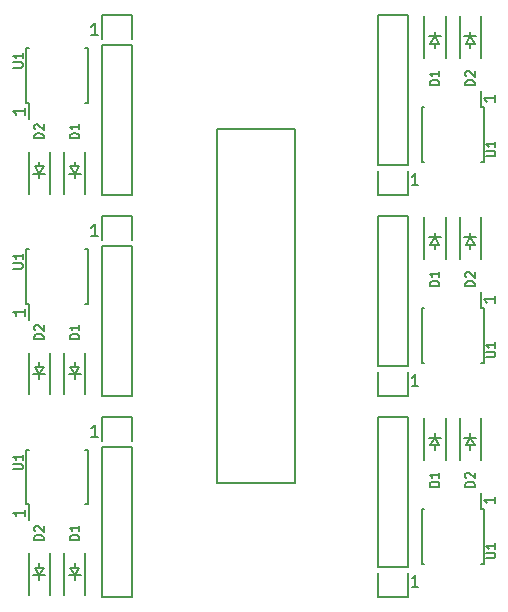
<source format=gto>
G04 #@! TF.FileFunction,Legend,Top*
%FSLAX46Y46*%
G04 Gerber Fmt 4.6, Leading zero omitted, Abs format (unit mm)*
G04 Created by KiCad (PCBNEW 4.0.2-stable) date 27/07/2016 9:39:40 PM*
%MOMM*%
G01*
G04 APERTURE LIST*
%ADD10C,0.100000*%
%ADD11C,0.150000*%
G04 APERTURE END LIST*
D10*
D11*
X152075000Y-141986000D02*
X158679000Y-141986000D01*
X158679000Y-141986000D02*
X158679000Y-112014000D01*
X158679000Y-112014000D02*
X152075000Y-112014000D01*
X152075000Y-112014000D02*
X152075000Y-141986000D01*
X173500000Y-138817500D02*
X173500000Y-139198500D01*
X173500000Y-137801500D02*
X173500000Y-138182500D01*
X173500000Y-138182500D02*
X173881000Y-138817500D01*
X173881000Y-138817500D02*
X173119000Y-138817500D01*
X173119000Y-138817500D02*
X173500000Y-138182500D01*
X174008000Y-138182500D02*
X172992000Y-138182500D01*
X172600000Y-136500000D02*
X172600000Y-140040000D01*
X174400000Y-136500000D02*
X174400000Y-140040000D01*
X170500000Y-138817500D02*
X170500000Y-139198500D01*
X170500000Y-137801500D02*
X170500000Y-138182500D01*
X170500000Y-138182500D02*
X170881000Y-138817500D01*
X170881000Y-138817500D02*
X170119000Y-138817500D01*
X170119000Y-138817500D02*
X170500000Y-138182500D01*
X171008000Y-138182500D02*
X169992000Y-138182500D01*
X169600000Y-136500000D02*
X169600000Y-140040000D01*
X171400000Y-136500000D02*
X171400000Y-140040000D01*
X165645000Y-151620000D02*
X165645000Y-149588000D01*
X168185000Y-151620000D02*
X168185000Y-149588000D01*
X168185000Y-151620000D02*
X165645000Y-151620000D01*
X165645000Y-149080000D02*
X165645000Y-136380000D01*
X165645000Y-136380000D02*
X168185000Y-136380000D01*
X168185000Y-136380000D02*
X168185000Y-149080000D01*
X165645000Y-149080000D02*
X168185000Y-149080000D01*
X174625000Y-144175000D02*
X174400000Y-144175000D01*
X174625000Y-148825000D02*
X174400000Y-148825000D01*
X169375000Y-148825000D02*
X169600000Y-148825000D01*
X169375000Y-144175000D02*
X169600000Y-144175000D01*
X174625000Y-144175000D02*
X174625000Y-148825000D01*
X169375000Y-144175000D02*
X169375000Y-148825000D01*
X174400000Y-144175000D02*
X174400000Y-142825000D01*
X174625000Y-110175000D02*
X174400000Y-110175000D01*
X174625000Y-114825000D02*
X174400000Y-114825000D01*
X169375000Y-114825000D02*
X169600000Y-114825000D01*
X169375000Y-110175000D02*
X169600000Y-110175000D01*
X174625000Y-110175000D02*
X174625000Y-114825000D01*
X169375000Y-110175000D02*
X169375000Y-114825000D01*
X174400000Y-110175000D02*
X174400000Y-108825000D01*
X165645000Y-117620000D02*
X165645000Y-115588000D01*
X168185000Y-117620000D02*
X168185000Y-115588000D01*
X168185000Y-117620000D02*
X165645000Y-117620000D01*
X165645000Y-115080000D02*
X165645000Y-102380000D01*
X165645000Y-102380000D02*
X168185000Y-102380000D01*
X168185000Y-102380000D02*
X168185000Y-115080000D01*
X165645000Y-115080000D02*
X168185000Y-115080000D01*
X170500000Y-104817500D02*
X170500000Y-105198500D01*
X170500000Y-103801500D02*
X170500000Y-104182500D01*
X170500000Y-104182500D02*
X170881000Y-104817500D01*
X170881000Y-104817500D02*
X170119000Y-104817500D01*
X170119000Y-104817500D02*
X170500000Y-104182500D01*
X171008000Y-104182500D02*
X169992000Y-104182500D01*
X169600000Y-102500000D02*
X169600000Y-106040000D01*
X171400000Y-102500000D02*
X171400000Y-106040000D01*
X173500000Y-104817500D02*
X173500000Y-105198500D01*
X173500000Y-103801500D02*
X173500000Y-104182500D01*
X173500000Y-104182500D02*
X173881000Y-104817500D01*
X173881000Y-104817500D02*
X173119000Y-104817500D01*
X173119000Y-104817500D02*
X173500000Y-104182500D01*
X174008000Y-104182500D02*
X172992000Y-104182500D01*
X172600000Y-102500000D02*
X172600000Y-106040000D01*
X174400000Y-102500000D02*
X174400000Y-106040000D01*
X173500000Y-121817500D02*
X173500000Y-122198500D01*
X173500000Y-120801500D02*
X173500000Y-121182500D01*
X173500000Y-121182500D02*
X173881000Y-121817500D01*
X173881000Y-121817500D02*
X173119000Y-121817500D01*
X173119000Y-121817500D02*
X173500000Y-121182500D01*
X174008000Y-121182500D02*
X172992000Y-121182500D01*
X172600000Y-119500000D02*
X172600000Y-123040000D01*
X174400000Y-119500000D02*
X174400000Y-123040000D01*
X170500000Y-121817500D02*
X170500000Y-122198500D01*
X170500000Y-120801500D02*
X170500000Y-121182500D01*
X170500000Y-121182500D02*
X170881000Y-121817500D01*
X170881000Y-121817500D02*
X170119000Y-121817500D01*
X170119000Y-121817500D02*
X170500000Y-121182500D01*
X171008000Y-121182500D02*
X169992000Y-121182500D01*
X169600000Y-119500000D02*
X169600000Y-123040000D01*
X171400000Y-119500000D02*
X171400000Y-123040000D01*
X165645000Y-134620000D02*
X165645000Y-132588000D01*
X168185000Y-134620000D02*
X168185000Y-132588000D01*
X168185000Y-134620000D02*
X165645000Y-134620000D01*
X165645000Y-132080000D02*
X165645000Y-119380000D01*
X165645000Y-119380000D02*
X168185000Y-119380000D01*
X168185000Y-119380000D02*
X168185000Y-132080000D01*
X165645000Y-132080000D02*
X168185000Y-132080000D01*
X174625000Y-127175000D02*
X174400000Y-127175000D01*
X174625000Y-131825000D02*
X174400000Y-131825000D01*
X169375000Y-131825000D02*
X169600000Y-131825000D01*
X169375000Y-127175000D02*
X169600000Y-127175000D01*
X174625000Y-127175000D02*
X174625000Y-131825000D01*
X169375000Y-127175000D02*
X169375000Y-131825000D01*
X174400000Y-127175000D02*
X174400000Y-125825000D01*
X135875000Y-126825000D02*
X136100000Y-126825000D01*
X135875000Y-122175000D02*
X136100000Y-122175000D01*
X141125000Y-122175000D02*
X140900000Y-122175000D01*
X141125000Y-126825000D02*
X140900000Y-126825000D01*
X135875000Y-126825000D02*
X135875000Y-122175000D01*
X141125000Y-126825000D02*
X141125000Y-122175000D01*
X136100000Y-126825000D02*
X136100000Y-128175000D01*
X144855000Y-119380000D02*
X144855000Y-121412000D01*
X142315000Y-119380000D02*
X142315000Y-121412000D01*
X142315000Y-119380000D02*
X144855000Y-119380000D01*
X144855000Y-121920000D02*
X144855000Y-134620000D01*
X144855000Y-134620000D02*
X142315000Y-134620000D01*
X142315000Y-134620000D02*
X142315000Y-121920000D01*
X144855000Y-121920000D02*
X142315000Y-121920000D01*
X140000000Y-132182500D02*
X140000000Y-131801500D01*
X140000000Y-133198500D02*
X140000000Y-132817500D01*
X140000000Y-132817500D02*
X139619000Y-132182500D01*
X139619000Y-132182500D02*
X140381000Y-132182500D01*
X140381000Y-132182500D02*
X140000000Y-132817500D01*
X139492000Y-132817500D02*
X140508000Y-132817500D01*
X140900000Y-134500000D02*
X140900000Y-130960000D01*
X139100000Y-134500000D02*
X139100000Y-130960000D01*
X137000000Y-132182500D02*
X137000000Y-131801500D01*
X137000000Y-133198500D02*
X137000000Y-132817500D01*
X137000000Y-132817500D02*
X136619000Y-132182500D01*
X136619000Y-132182500D02*
X137381000Y-132182500D01*
X137381000Y-132182500D02*
X137000000Y-132817500D01*
X136492000Y-132817500D02*
X137508000Y-132817500D01*
X137900000Y-134500000D02*
X137900000Y-130960000D01*
X136100000Y-134500000D02*
X136100000Y-130960000D01*
X137000000Y-149182500D02*
X137000000Y-148801500D01*
X137000000Y-150198500D02*
X137000000Y-149817500D01*
X137000000Y-149817500D02*
X136619000Y-149182500D01*
X136619000Y-149182500D02*
X137381000Y-149182500D01*
X137381000Y-149182500D02*
X137000000Y-149817500D01*
X136492000Y-149817500D02*
X137508000Y-149817500D01*
X137900000Y-151500000D02*
X137900000Y-147960000D01*
X136100000Y-151500000D02*
X136100000Y-147960000D01*
X140000000Y-149182500D02*
X140000000Y-148801500D01*
X140000000Y-150198500D02*
X140000000Y-149817500D01*
X140000000Y-149817500D02*
X139619000Y-149182500D01*
X139619000Y-149182500D02*
X140381000Y-149182500D01*
X140381000Y-149182500D02*
X140000000Y-149817500D01*
X139492000Y-149817500D02*
X140508000Y-149817500D01*
X140900000Y-151500000D02*
X140900000Y-147960000D01*
X139100000Y-151500000D02*
X139100000Y-147960000D01*
X144855000Y-136380000D02*
X144855000Y-138412000D01*
X142315000Y-136380000D02*
X142315000Y-138412000D01*
X142315000Y-136380000D02*
X144855000Y-136380000D01*
X144855000Y-138920000D02*
X144855000Y-151620000D01*
X144855000Y-151620000D02*
X142315000Y-151620000D01*
X142315000Y-151620000D02*
X142315000Y-138920000D01*
X144855000Y-138920000D02*
X142315000Y-138920000D01*
X135875000Y-143825000D02*
X136100000Y-143825000D01*
X135875000Y-139175000D02*
X136100000Y-139175000D01*
X141125000Y-139175000D02*
X140900000Y-139175000D01*
X141125000Y-143825000D02*
X140900000Y-143825000D01*
X135875000Y-143825000D02*
X135875000Y-139175000D01*
X141125000Y-143825000D02*
X141125000Y-139175000D01*
X136100000Y-143825000D02*
X136100000Y-145175000D01*
X135875000Y-109825000D02*
X136100000Y-109825000D01*
X135875000Y-105175000D02*
X136100000Y-105175000D01*
X141125000Y-105175000D02*
X140900000Y-105175000D01*
X141125000Y-109825000D02*
X140900000Y-109825000D01*
X135875000Y-109825000D02*
X135875000Y-105175000D01*
X141125000Y-109825000D02*
X141125000Y-105175000D01*
X136100000Y-109825000D02*
X136100000Y-111175000D01*
X144855000Y-102380000D02*
X144855000Y-104412000D01*
X142315000Y-102380000D02*
X142315000Y-104412000D01*
X142315000Y-102380000D02*
X144855000Y-102380000D01*
X144855000Y-104920000D02*
X144855000Y-117620000D01*
X144855000Y-117620000D02*
X142315000Y-117620000D01*
X142315000Y-117620000D02*
X142315000Y-104920000D01*
X144855000Y-104920000D02*
X142315000Y-104920000D01*
X140000000Y-115182500D02*
X140000000Y-114801500D01*
X140000000Y-116198500D02*
X140000000Y-115817500D01*
X140000000Y-115817500D02*
X139619000Y-115182500D01*
X139619000Y-115182500D02*
X140381000Y-115182500D01*
X140381000Y-115182500D02*
X140000000Y-115817500D01*
X139492000Y-115817500D02*
X140508000Y-115817500D01*
X140900000Y-117500000D02*
X140900000Y-113960000D01*
X139100000Y-117500000D02*
X139100000Y-113960000D01*
X137000000Y-115182500D02*
X137000000Y-114801500D01*
X137000000Y-116198500D02*
X137000000Y-115817500D01*
X137000000Y-115817500D02*
X136619000Y-115182500D01*
X136619000Y-115182500D02*
X137381000Y-115182500D01*
X137381000Y-115182500D02*
X137000000Y-115817500D01*
X136492000Y-115817500D02*
X137508000Y-115817500D01*
X137900000Y-117500000D02*
X137900000Y-113960000D01*
X136100000Y-117500000D02*
X136100000Y-113960000D01*
X173861905Y-142340476D02*
X173061905Y-142340476D01*
X173061905Y-142150000D01*
X173100000Y-142035714D01*
X173176190Y-141959523D01*
X173252381Y-141921428D01*
X173404762Y-141883333D01*
X173519048Y-141883333D01*
X173671429Y-141921428D01*
X173747619Y-141959523D01*
X173823810Y-142035714D01*
X173861905Y-142150000D01*
X173861905Y-142340476D01*
X173138095Y-141578571D02*
X173100000Y-141540476D01*
X173061905Y-141464285D01*
X173061905Y-141273809D01*
X173100000Y-141197619D01*
X173138095Y-141159523D01*
X173214286Y-141121428D01*
X173290476Y-141121428D01*
X173404762Y-141159523D01*
X173861905Y-141616666D01*
X173861905Y-141121428D01*
X170861905Y-142340476D02*
X170061905Y-142340476D01*
X170061905Y-142150000D01*
X170100000Y-142035714D01*
X170176190Y-141959523D01*
X170252381Y-141921428D01*
X170404762Y-141883333D01*
X170519048Y-141883333D01*
X170671429Y-141921428D01*
X170747619Y-141959523D01*
X170823810Y-142035714D01*
X170861905Y-142150000D01*
X170861905Y-142340476D01*
X170861905Y-141121428D02*
X170861905Y-141578571D01*
X170861905Y-141350000D02*
X170061905Y-141350000D01*
X170176190Y-141426190D01*
X170252381Y-141502381D01*
X170290476Y-141578571D01*
X169105715Y-150802381D02*
X168534286Y-150802381D01*
X168820000Y-150802381D02*
X168820000Y-149802381D01*
X168724762Y-149945238D01*
X168629524Y-150040476D01*
X168534286Y-150088095D01*
X174811905Y-148359524D02*
X175459524Y-148359524D01*
X175535714Y-148321429D01*
X175573810Y-148283333D01*
X175611905Y-148207143D01*
X175611905Y-148054762D01*
X175573810Y-147978571D01*
X175535714Y-147940476D01*
X175459524Y-147902381D01*
X174811905Y-147902381D01*
X175611905Y-147102381D02*
X175611905Y-147559524D01*
X175611905Y-147330953D02*
X174811905Y-147330953D01*
X174926190Y-147407143D01*
X175002381Y-147483334D01*
X175040476Y-147559524D01*
X175627381Y-143166285D02*
X175627381Y-143737714D01*
X175627381Y-143452000D02*
X174627381Y-143452000D01*
X174770238Y-143547238D01*
X174865476Y-143642476D01*
X174913095Y-143737714D01*
X174811905Y-114359524D02*
X175459524Y-114359524D01*
X175535714Y-114321429D01*
X175573810Y-114283333D01*
X175611905Y-114207143D01*
X175611905Y-114054762D01*
X175573810Y-113978571D01*
X175535714Y-113940476D01*
X175459524Y-113902381D01*
X174811905Y-113902381D01*
X175611905Y-113102381D02*
X175611905Y-113559524D01*
X175611905Y-113330953D02*
X174811905Y-113330953D01*
X174926190Y-113407143D01*
X175002381Y-113483334D01*
X175040476Y-113559524D01*
X175627381Y-109166285D02*
X175627381Y-109737714D01*
X175627381Y-109452000D02*
X174627381Y-109452000D01*
X174770238Y-109547238D01*
X174865476Y-109642476D01*
X174913095Y-109737714D01*
X169105715Y-116802381D02*
X168534286Y-116802381D01*
X168820000Y-116802381D02*
X168820000Y-115802381D01*
X168724762Y-115945238D01*
X168629524Y-116040476D01*
X168534286Y-116088095D01*
X170861905Y-108340476D02*
X170061905Y-108340476D01*
X170061905Y-108150000D01*
X170100000Y-108035714D01*
X170176190Y-107959523D01*
X170252381Y-107921428D01*
X170404762Y-107883333D01*
X170519048Y-107883333D01*
X170671429Y-107921428D01*
X170747619Y-107959523D01*
X170823810Y-108035714D01*
X170861905Y-108150000D01*
X170861905Y-108340476D01*
X170861905Y-107121428D02*
X170861905Y-107578571D01*
X170861905Y-107350000D02*
X170061905Y-107350000D01*
X170176190Y-107426190D01*
X170252381Y-107502381D01*
X170290476Y-107578571D01*
X173861905Y-108340476D02*
X173061905Y-108340476D01*
X173061905Y-108150000D01*
X173100000Y-108035714D01*
X173176190Y-107959523D01*
X173252381Y-107921428D01*
X173404762Y-107883333D01*
X173519048Y-107883333D01*
X173671429Y-107921428D01*
X173747619Y-107959523D01*
X173823810Y-108035714D01*
X173861905Y-108150000D01*
X173861905Y-108340476D01*
X173138095Y-107578571D02*
X173100000Y-107540476D01*
X173061905Y-107464285D01*
X173061905Y-107273809D01*
X173100000Y-107197619D01*
X173138095Y-107159523D01*
X173214286Y-107121428D01*
X173290476Y-107121428D01*
X173404762Y-107159523D01*
X173861905Y-107616666D01*
X173861905Y-107121428D01*
X173861905Y-125340476D02*
X173061905Y-125340476D01*
X173061905Y-125150000D01*
X173100000Y-125035714D01*
X173176190Y-124959523D01*
X173252381Y-124921428D01*
X173404762Y-124883333D01*
X173519048Y-124883333D01*
X173671429Y-124921428D01*
X173747619Y-124959523D01*
X173823810Y-125035714D01*
X173861905Y-125150000D01*
X173861905Y-125340476D01*
X173138095Y-124578571D02*
X173100000Y-124540476D01*
X173061905Y-124464285D01*
X173061905Y-124273809D01*
X173100000Y-124197619D01*
X173138095Y-124159523D01*
X173214286Y-124121428D01*
X173290476Y-124121428D01*
X173404762Y-124159523D01*
X173861905Y-124616666D01*
X173861905Y-124121428D01*
X170861905Y-125340476D02*
X170061905Y-125340476D01*
X170061905Y-125150000D01*
X170100000Y-125035714D01*
X170176190Y-124959523D01*
X170252381Y-124921428D01*
X170404762Y-124883333D01*
X170519048Y-124883333D01*
X170671429Y-124921428D01*
X170747619Y-124959523D01*
X170823810Y-125035714D01*
X170861905Y-125150000D01*
X170861905Y-125340476D01*
X170861905Y-124121428D02*
X170861905Y-124578571D01*
X170861905Y-124350000D02*
X170061905Y-124350000D01*
X170176190Y-124426190D01*
X170252381Y-124502381D01*
X170290476Y-124578571D01*
X169105715Y-133802381D02*
X168534286Y-133802381D01*
X168820000Y-133802381D02*
X168820000Y-132802381D01*
X168724762Y-132945238D01*
X168629524Y-133040476D01*
X168534286Y-133088095D01*
X174811905Y-131359524D02*
X175459524Y-131359524D01*
X175535714Y-131321429D01*
X175573810Y-131283333D01*
X175611905Y-131207143D01*
X175611905Y-131054762D01*
X175573810Y-130978571D01*
X175535714Y-130940476D01*
X175459524Y-130902381D01*
X174811905Y-130902381D01*
X175611905Y-130102381D02*
X175611905Y-130559524D01*
X175611905Y-130330953D02*
X174811905Y-130330953D01*
X174926190Y-130407143D01*
X175002381Y-130483334D01*
X175040476Y-130559524D01*
X175627381Y-126166285D02*
X175627381Y-126737714D01*
X175627381Y-126452000D02*
X174627381Y-126452000D01*
X174770238Y-126547238D01*
X174865476Y-126642476D01*
X174913095Y-126737714D01*
X134811905Y-123859524D02*
X135459524Y-123859524D01*
X135535714Y-123821429D01*
X135573810Y-123783333D01*
X135611905Y-123707143D01*
X135611905Y-123554762D01*
X135573810Y-123478571D01*
X135535714Y-123440476D01*
X135459524Y-123402381D01*
X134811905Y-123402381D01*
X135611905Y-122602381D02*
X135611905Y-123059524D01*
X135611905Y-122830953D02*
X134811905Y-122830953D01*
X134926190Y-122907143D01*
X135002381Y-122983334D01*
X135040476Y-123059524D01*
X135777381Y-127262285D02*
X135777381Y-127833714D01*
X135777381Y-127548000D02*
X134777381Y-127548000D01*
X134920238Y-127643238D01*
X135015476Y-127738476D01*
X135063095Y-127833714D01*
X141965715Y-121102381D02*
X141394286Y-121102381D01*
X141680000Y-121102381D02*
X141680000Y-120102381D01*
X141584762Y-120245238D01*
X141489524Y-120340476D01*
X141394286Y-120388095D01*
X140361905Y-129840476D02*
X139561905Y-129840476D01*
X139561905Y-129650000D01*
X139600000Y-129535714D01*
X139676190Y-129459523D01*
X139752381Y-129421428D01*
X139904762Y-129383333D01*
X140019048Y-129383333D01*
X140171429Y-129421428D01*
X140247619Y-129459523D01*
X140323810Y-129535714D01*
X140361905Y-129650000D01*
X140361905Y-129840476D01*
X140361905Y-128621428D02*
X140361905Y-129078571D01*
X140361905Y-128850000D02*
X139561905Y-128850000D01*
X139676190Y-128926190D01*
X139752381Y-129002381D01*
X139790476Y-129078571D01*
X137361905Y-129840476D02*
X136561905Y-129840476D01*
X136561905Y-129650000D01*
X136600000Y-129535714D01*
X136676190Y-129459523D01*
X136752381Y-129421428D01*
X136904762Y-129383333D01*
X137019048Y-129383333D01*
X137171429Y-129421428D01*
X137247619Y-129459523D01*
X137323810Y-129535714D01*
X137361905Y-129650000D01*
X137361905Y-129840476D01*
X136638095Y-129078571D02*
X136600000Y-129040476D01*
X136561905Y-128964285D01*
X136561905Y-128773809D01*
X136600000Y-128697619D01*
X136638095Y-128659523D01*
X136714286Y-128621428D01*
X136790476Y-128621428D01*
X136904762Y-128659523D01*
X137361905Y-129116666D01*
X137361905Y-128621428D01*
X137361905Y-146840476D02*
X136561905Y-146840476D01*
X136561905Y-146650000D01*
X136600000Y-146535714D01*
X136676190Y-146459523D01*
X136752381Y-146421428D01*
X136904762Y-146383333D01*
X137019048Y-146383333D01*
X137171429Y-146421428D01*
X137247619Y-146459523D01*
X137323810Y-146535714D01*
X137361905Y-146650000D01*
X137361905Y-146840476D01*
X136638095Y-146078571D02*
X136600000Y-146040476D01*
X136561905Y-145964285D01*
X136561905Y-145773809D01*
X136600000Y-145697619D01*
X136638095Y-145659523D01*
X136714286Y-145621428D01*
X136790476Y-145621428D01*
X136904762Y-145659523D01*
X137361905Y-146116666D01*
X137361905Y-145621428D01*
X140361905Y-146840476D02*
X139561905Y-146840476D01*
X139561905Y-146650000D01*
X139600000Y-146535714D01*
X139676190Y-146459523D01*
X139752381Y-146421428D01*
X139904762Y-146383333D01*
X140019048Y-146383333D01*
X140171429Y-146421428D01*
X140247619Y-146459523D01*
X140323810Y-146535714D01*
X140361905Y-146650000D01*
X140361905Y-146840476D01*
X140361905Y-145621428D02*
X140361905Y-146078571D01*
X140361905Y-145850000D02*
X139561905Y-145850000D01*
X139676190Y-145926190D01*
X139752381Y-146002381D01*
X139790476Y-146078571D01*
X141965715Y-138102381D02*
X141394286Y-138102381D01*
X141680000Y-138102381D02*
X141680000Y-137102381D01*
X141584762Y-137245238D01*
X141489524Y-137340476D01*
X141394286Y-137388095D01*
X134811905Y-140859524D02*
X135459524Y-140859524D01*
X135535714Y-140821429D01*
X135573810Y-140783333D01*
X135611905Y-140707143D01*
X135611905Y-140554762D01*
X135573810Y-140478571D01*
X135535714Y-140440476D01*
X135459524Y-140402381D01*
X134811905Y-140402381D01*
X135611905Y-139602381D02*
X135611905Y-140059524D01*
X135611905Y-139830953D02*
X134811905Y-139830953D01*
X134926190Y-139907143D01*
X135002381Y-139983334D01*
X135040476Y-140059524D01*
X135777381Y-144262285D02*
X135777381Y-144833714D01*
X135777381Y-144548000D02*
X134777381Y-144548000D01*
X134920238Y-144643238D01*
X135015476Y-144738476D01*
X135063095Y-144833714D01*
X134811905Y-106859524D02*
X135459524Y-106859524D01*
X135535714Y-106821429D01*
X135573810Y-106783333D01*
X135611905Y-106707143D01*
X135611905Y-106554762D01*
X135573810Y-106478571D01*
X135535714Y-106440476D01*
X135459524Y-106402381D01*
X134811905Y-106402381D01*
X135611905Y-105602381D02*
X135611905Y-106059524D01*
X135611905Y-105830953D02*
X134811905Y-105830953D01*
X134926190Y-105907143D01*
X135002381Y-105983334D01*
X135040476Y-106059524D01*
X135777381Y-110262285D02*
X135777381Y-110833714D01*
X135777381Y-110548000D02*
X134777381Y-110548000D01*
X134920238Y-110643238D01*
X135015476Y-110738476D01*
X135063095Y-110833714D01*
X141965715Y-104102381D02*
X141394286Y-104102381D01*
X141680000Y-104102381D02*
X141680000Y-103102381D01*
X141584762Y-103245238D01*
X141489524Y-103340476D01*
X141394286Y-103388095D01*
X140361905Y-112840476D02*
X139561905Y-112840476D01*
X139561905Y-112650000D01*
X139600000Y-112535714D01*
X139676190Y-112459523D01*
X139752381Y-112421428D01*
X139904762Y-112383333D01*
X140019048Y-112383333D01*
X140171429Y-112421428D01*
X140247619Y-112459523D01*
X140323810Y-112535714D01*
X140361905Y-112650000D01*
X140361905Y-112840476D01*
X140361905Y-111621428D02*
X140361905Y-112078571D01*
X140361905Y-111850000D02*
X139561905Y-111850000D01*
X139676190Y-111926190D01*
X139752381Y-112002381D01*
X139790476Y-112078571D01*
X137361905Y-112840476D02*
X136561905Y-112840476D01*
X136561905Y-112650000D01*
X136600000Y-112535714D01*
X136676190Y-112459523D01*
X136752381Y-112421428D01*
X136904762Y-112383333D01*
X137019048Y-112383333D01*
X137171429Y-112421428D01*
X137247619Y-112459523D01*
X137323810Y-112535714D01*
X137361905Y-112650000D01*
X137361905Y-112840476D01*
X136638095Y-112078571D02*
X136600000Y-112040476D01*
X136561905Y-111964285D01*
X136561905Y-111773809D01*
X136600000Y-111697619D01*
X136638095Y-111659523D01*
X136714286Y-111621428D01*
X136790476Y-111621428D01*
X136904762Y-111659523D01*
X137361905Y-112116666D01*
X137361905Y-111621428D01*
M02*

</source>
